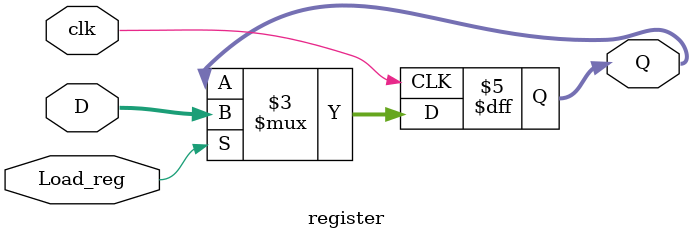
<source format=v>
`timescale 1ns / 1ps

module register(
    
    input wire Load_reg,
    input wire clk,
    input wire [31:0] D,
    output reg [31:0] Q
    );
    
    always@(posedge clk)
    begin
        if(Load_reg)
            Q = D;
        else
            Q = Q;
    end
endmodule


</source>
